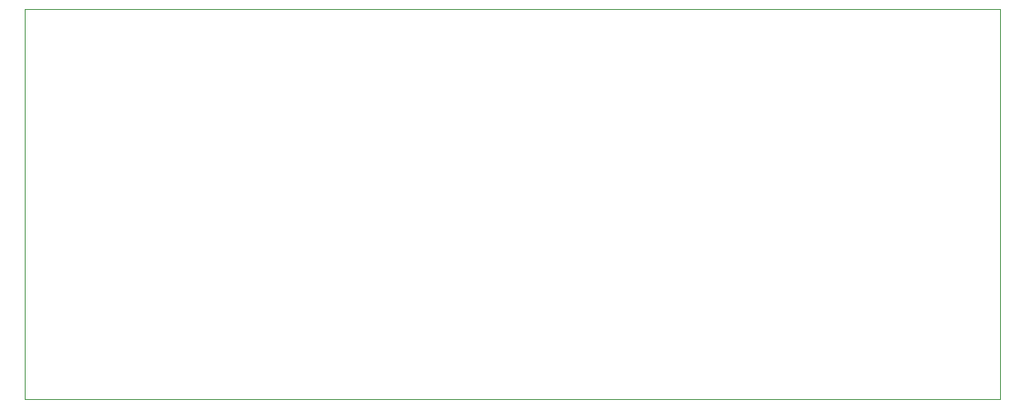
<source format=gbr>
%TF.GenerationSoftware,KiCad,Pcbnew,(5.1.7-0-10_14)*%
%TF.CreationDate,2020-10-16T13:11:49+02:00*%
%TF.ProjectId,32Bit shift register,33324269-7420-4736-9869-667420726567,rev?*%
%TF.SameCoordinates,Original*%
%TF.FileFunction,Profile,NP*%
%FSLAX46Y46*%
G04 Gerber Fmt 4.6, Leading zero omitted, Abs format (unit mm)*
G04 Created by KiCad (PCBNEW (5.1.7-0-10_14)) date 2020-10-16 13:11:49*
%MOMM*%
%LPD*%
G01*
G04 APERTURE LIST*
%TA.AperFunction,Profile*%
%ADD10C,0.050000*%
%TD*%
G04 APERTURE END LIST*
D10*
X156050000Y-79500000D02*
X156050000Y-39500000D01*
X56050000Y-79500000D02*
X156050000Y-79500000D01*
X56000000Y-39500000D02*
X56050000Y-79500000D01*
X156050000Y-39500000D02*
X56000000Y-39500000D01*
M02*

</source>
